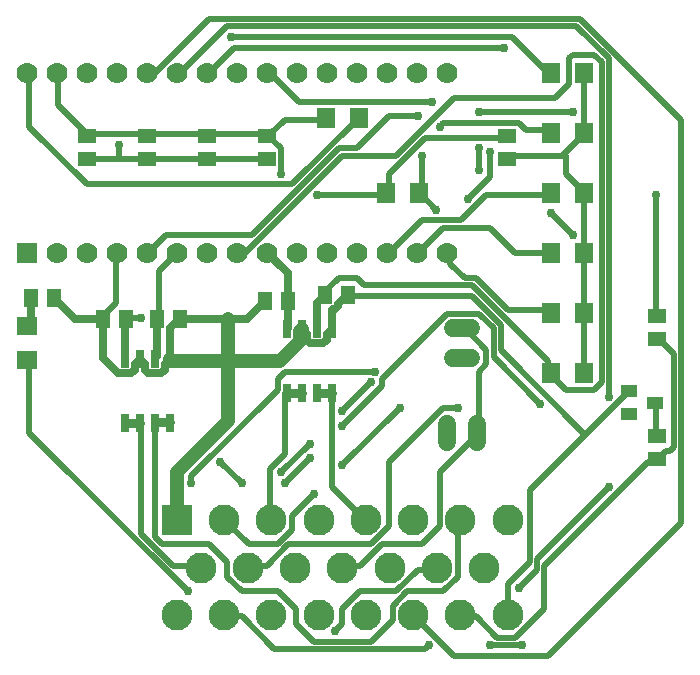
<source format=gbr>
G04 EAGLE Gerber X2 export*
%TF.Part,Single*%
%TF.FileFunction,Copper,L1,Top,Mixed*%
%TF.FilePolarity,Positive*%
%TF.GenerationSoftware,Autodesk,EAGLE,9.1.3*%
%TF.CreationDate,2020-03-05T03:51:44Z*%
G75*
%MOMM*%
%FSLAX34Y34*%
%LPD*%
%AMOC8*
5,1,8,0,0,1.08239X$1,22.5*%
G01*
%ADD10R,1.600000X1.803000*%
%ADD11C,1.524000*%
%ADD12R,1.778000X1.778000*%
%ADD13C,1.778000*%
%ADD14R,1.600000X1.300000*%
%ADD15R,1.500000X1.300000*%
%ADD16R,1.600000X1.800000*%
%ADD17R,2.625000X2.625000*%
%ADD18C,2.625000*%
%ADD19R,1.400000X1.000000*%
%ADD20R,1.803000X1.600000*%
%ADD21R,1.300000X1.500000*%
%ADD22R,0.700000X1.525000*%
%ADD23C,0.508000*%
%ADD24C,0.756400*%
%ADD25C,0.660400*%
%ADD26C,1.168400*%
%ADD27C,0.762000*%


D10*
X481080Y330200D03*
X509520Y330200D03*
X481080Y279400D03*
X509520Y279400D03*
X481080Y228600D03*
X509520Y228600D03*
X481080Y177800D03*
X509520Y177800D03*
D11*
X414020Y139700D02*
X398780Y139700D01*
X398780Y165100D02*
X414020Y165100D01*
X419100Y83820D02*
X419100Y68580D01*
X393700Y68580D02*
X393700Y83820D01*
D10*
X481080Y127000D03*
X509520Y127000D03*
D12*
X38100Y228600D03*
D13*
X63500Y228600D03*
X88900Y228600D03*
X114300Y228600D03*
X139700Y228600D03*
X165100Y228600D03*
X190500Y228600D03*
X215900Y228600D03*
X241300Y228600D03*
X266700Y228600D03*
X292100Y228600D03*
X317500Y228600D03*
X342900Y228600D03*
X368300Y228600D03*
X393700Y228600D03*
X38100Y381000D03*
X63500Y381000D03*
X88900Y381000D03*
X114300Y381000D03*
X139700Y381000D03*
X165100Y381000D03*
X190500Y381000D03*
X215900Y381000D03*
X241300Y381000D03*
X266700Y381000D03*
X292100Y381000D03*
X317500Y381000D03*
X342900Y381000D03*
X368300Y381000D03*
X393700Y381000D03*
D10*
X481080Y381000D03*
X509520Y381000D03*
D14*
X444500Y308000D03*
X444500Y327000D03*
D15*
X88900Y308000D03*
X88900Y327000D03*
X139700Y308000D03*
X139700Y327000D03*
X190500Y308000D03*
X190500Y327000D03*
X241300Y308000D03*
X241300Y327000D03*
D16*
X318800Y342900D03*
X290800Y342900D03*
X369600Y279400D03*
X341600Y279400D03*
D17*
X164800Y1900D03*
D18*
X204800Y1900D03*
X244800Y1900D03*
X284800Y1900D03*
X324800Y1900D03*
X364800Y1900D03*
X404800Y1900D03*
X444800Y1900D03*
X184800Y-38100D03*
X224800Y-38100D03*
X264800Y-38100D03*
X304800Y-38100D03*
X344800Y-38100D03*
X384800Y-38100D03*
X424800Y-38100D03*
X164800Y-78100D03*
X204800Y-78100D03*
X244800Y-78100D03*
X284800Y-78100D03*
X324800Y-78100D03*
X364800Y-78100D03*
X404800Y-78100D03*
X444800Y-78100D03*
D19*
X569800Y101600D03*
X547800Y92100D03*
X547800Y111100D03*
D15*
X571500Y54000D03*
X571500Y73000D03*
X571500Y155600D03*
X571500Y174600D03*
D20*
X38100Y138180D03*
X38100Y166620D03*
D21*
X41300Y190500D03*
X60300Y190500D03*
D22*
X158750Y138880D03*
X146050Y138880D03*
X133350Y138880D03*
X120650Y138880D03*
X120650Y84640D03*
X133350Y84640D03*
X146050Y84640D03*
X158750Y84640D03*
X295910Y164280D03*
X283210Y164280D03*
X270510Y164280D03*
X257810Y164280D03*
X257810Y110040D03*
X270510Y110040D03*
X283210Y110040D03*
X295910Y110040D03*
D21*
X166980Y172720D03*
X147980Y172720D03*
X121260Y172720D03*
X102260Y172720D03*
X309220Y193040D03*
X290220Y193040D03*
X258420Y187960D03*
X239420Y187960D03*
D23*
X137160Y307848D02*
X115824Y307848D01*
X91440Y307848D01*
X88900Y308000D01*
X137160Y307848D02*
X139700Y308000D01*
X192024Y307848D02*
X240792Y307848D01*
X192024Y307848D02*
X190500Y308000D01*
X240792Y307848D02*
X241300Y308000D01*
X188976Y307848D02*
X140208Y307848D01*
X139700Y308000D01*
X188976Y307848D02*
X190500Y308000D01*
X448056Y411480D02*
X478536Y381000D01*
X448056Y411480D02*
X210312Y411480D01*
X478536Y381000D02*
X481080Y381000D01*
X219456Y-79248D02*
X207264Y-79248D01*
X219456Y-79248D02*
X246888Y-106680D01*
X374904Y-106680D01*
X377952Y-103632D01*
X429768Y-103632D02*
X457200Y-103632D01*
X207264Y-79248D02*
X204800Y-78100D01*
X115824Y307848D02*
X115824Y320040D01*
D24*
X210312Y411480D03*
X377952Y-103632D03*
X429768Y-103632D03*
X457200Y-103632D03*
X115824Y320040D03*
D25*
X239420Y187960D02*
X224180Y172720D01*
X208280Y172720D01*
X166980Y172720D01*
X295910Y179730D02*
X295910Y164280D01*
X295910Y179730D02*
X296894Y180714D01*
X298719Y180714D01*
X301546Y183541D01*
X301546Y185366D01*
X309220Y193040D01*
X158750Y162665D02*
X158750Y138880D01*
X158750Y162665D02*
X159306Y163221D01*
X159306Y165046D01*
X166980Y172720D01*
D26*
X164800Y42880D02*
X164800Y1900D01*
X164800Y42880D02*
X208280Y86360D01*
X208280Y137160D01*
X208280Y172720D01*
X160470Y137160D02*
X158750Y138880D01*
X160470Y137160D02*
X208280Y137160D01*
X268676Y162446D02*
X270510Y164280D01*
X268676Y162446D02*
X268676Y153604D01*
X252232Y137160D01*
X208280Y137160D01*
D25*
X140551Y126429D02*
X137724Y129256D01*
X140551Y126429D02*
X151549Y126429D01*
X154376Y129256D01*
X137724Y134506D02*
X133350Y138880D01*
X137724Y134506D02*
X137724Y129256D01*
X154376Y129256D02*
X154376Y134506D01*
X158750Y138880D01*
X288709Y151829D02*
X291536Y154656D01*
X288709Y151829D02*
X277711Y151829D01*
X274884Y154656D01*
X291536Y159906D02*
X295910Y164280D01*
X291536Y159906D02*
X291536Y154656D01*
X274884Y154656D02*
X274884Y159906D01*
X270510Y164280D01*
X126149Y126429D02*
X115151Y126429D01*
X126149Y126429D02*
X128976Y129256D01*
X128976Y134506D01*
X133350Y138880D01*
X115151Y126429D02*
X102260Y139320D01*
X102260Y172720D01*
X78080Y172720D01*
X60300Y190500D01*
D23*
X463296Y27432D02*
X510540Y74676D01*
X545592Y109728D01*
X463296Y27432D02*
X463296Y-33528D01*
X445008Y-51816D01*
X445008Y-76200D01*
X545592Y109728D02*
X547800Y111100D01*
X445008Y-76200D02*
X444800Y-78100D01*
X137160Y329184D02*
X91440Y329184D01*
X88900Y327000D01*
X137160Y329184D02*
X139700Y327000D01*
X192024Y329184D02*
X240792Y329184D01*
X192024Y329184D02*
X190500Y327000D01*
X240792Y329184D02*
X241300Y327000D01*
X256032Y341376D02*
X289560Y341376D01*
X256032Y341376D02*
X243840Y329184D01*
X289560Y341376D02*
X290800Y342900D01*
X243840Y329184D02*
X241300Y327000D01*
X188976Y329184D02*
X140208Y329184D01*
X139700Y327000D01*
X188976Y329184D02*
X190500Y327000D01*
X64008Y353568D02*
X64008Y381000D01*
X64008Y353568D02*
X88392Y329184D01*
X64008Y381000D02*
X63500Y381000D01*
X88392Y329184D02*
X88900Y327000D01*
X374904Y326136D02*
X441960Y326136D01*
X374904Y326136D02*
X344424Y295656D01*
X344424Y280416D01*
X441960Y326136D02*
X444500Y327000D01*
X344424Y280416D02*
X341600Y279400D01*
X112776Y228600D02*
X112776Y185928D01*
X100584Y173736D01*
X112776Y228600D02*
X114300Y228600D01*
X100584Y173736D02*
X102260Y172720D01*
X283464Y277368D02*
X341376Y277368D01*
X341600Y279400D01*
X252984Y316992D02*
X243840Y326136D01*
X252984Y316992D02*
X252984Y295656D01*
X243840Y326136D02*
X241300Y327000D01*
X438912Y146304D02*
X510540Y74676D01*
X438912Y146304D02*
X438912Y167640D01*
X414528Y192024D01*
X310896Y192024D01*
X309220Y193040D01*
D24*
X283464Y277368D03*
X252984Y295656D03*
D23*
X420624Y128016D02*
X420624Y76200D01*
X420624Y128016D02*
X426720Y134112D01*
X426720Y146304D01*
X408432Y164592D01*
X406400Y165100D01*
X320040Y-36576D02*
X304800Y-36576D01*
X320040Y-36576D02*
X338328Y-18288D01*
X371856Y-18288D01*
X387096Y-3048D01*
X387096Y42672D01*
X420624Y76200D01*
X304800Y-36576D02*
X304800Y-38100D01*
X419100Y76200D02*
X420624Y76200D01*
D25*
X147980Y140810D02*
X147980Y172720D01*
X147980Y140810D02*
X146050Y138880D01*
D23*
X149352Y173736D02*
X149352Y213360D01*
X164592Y228600D01*
X149352Y173736D02*
X147980Y172720D01*
X164592Y228600D02*
X165100Y228600D01*
D25*
X120650Y172110D02*
X120650Y138880D01*
X120650Y172110D02*
X121260Y172720D01*
D23*
X121920Y173736D02*
X134112Y173736D01*
X121920Y173736D02*
X121260Y172720D01*
D24*
X134112Y173736D03*
D25*
X283210Y186030D02*
X290220Y193040D01*
X283210Y186030D02*
X283210Y164280D01*
D23*
X478536Y137160D02*
X478536Y128016D01*
X478536Y137160D02*
X414528Y201168D01*
X323088Y201168D01*
X316992Y207264D01*
X301752Y207264D01*
X289560Y195072D01*
X478536Y128016D02*
X481080Y127000D01*
X290220Y193040D02*
X289560Y195072D01*
X222504Y228600D02*
X215900Y228600D01*
X222504Y228600D02*
X304800Y310896D01*
X350520Y310896D01*
X399288Y359664D01*
X484632Y359664D01*
X496824Y371856D01*
X496824Y393192D01*
X499872Y396240D01*
X518160Y396240D01*
X524256Y390144D01*
X524256Y118872D01*
X518160Y112776D01*
X493776Y112776D01*
X481584Y124968D01*
X481080Y127000D01*
D25*
X258420Y164890D02*
X258420Y187960D01*
X258420Y164890D02*
X257810Y164280D01*
X258420Y187960D02*
X258420Y211480D01*
X241300Y228600D01*
D23*
X481584Y262128D02*
X499872Y243840D01*
X432816Y140208D02*
X472440Y100584D01*
X432816Y140208D02*
X432816Y164592D01*
X420624Y176784D01*
X393192Y176784D01*
X338328Y121920D01*
X338328Y115824D01*
X304800Y82296D01*
X277368Y54864D02*
X256032Y33528D01*
X219456Y33528D02*
X201168Y51816D01*
X304800Y-85344D02*
X298704Y-91440D01*
X304800Y-85344D02*
X304800Y-73152D01*
X320040Y-57912D01*
X350520Y-57912D01*
X368808Y-39624D01*
X384048Y-39624D01*
X384800Y-38100D01*
D24*
X481584Y262128D03*
X499872Y243840D03*
X472440Y100584D03*
X304800Y82296D03*
X277368Y54864D03*
X256032Y33528D03*
X219456Y33528D03*
X201168Y51816D03*
X298704Y-91440D03*
D23*
X304800Y48768D02*
X353568Y97536D01*
X280416Y24384D02*
X262128Y6096D01*
X262128Y-6096D01*
X249936Y-18288D01*
X225552Y-18288D01*
X207264Y0D01*
X204800Y1900D01*
D24*
X353568Y97536D03*
X304800Y48768D03*
X280416Y24384D03*
D23*
X460248Y332232D02*
X478536Y332232D01*
X460248Y332232D02*
X454152Y338328D01*
X390144Y338328D01*
X387096Y335280D01*
X368808Y344424D02*
X344424Y344424D01*
X316992Y316992D01*
X301752Y316992D01*
X228600Y243840D01*
X155448Y243840D01*
X140208Y228600D01*
X478536Y332232D02*
X481080Y330200D01*
X140208Y228600D02*
X139700Y228600D01*
D24*
X387096Y335280D03*
X368808Y344424D03*
D23*
X426720Y277368D02*
X478536Y277368D01*
X426720Y277368D02*
X405384Y256032D01*
X371856Y256032D01*
X344424Y228600D01*
X478536Y277368D02*
X481080Y279400D01*
X344424Y228600D02*
X342900Y228600D01*
X451104Y228600D02*
X481080Y228600D01*
X451104Y228600D02*
X429768Y249936D01*
X390144Y249936D01*
X368808Y228600D01*
X368300Y228600D01*
X445008Y179832D02*
X478536Y179832D01*
X445008Y179832D02*
X417576Y207264D01*
X408432Y207264D01*
X396240Y219456D01*
X396240Y228600D01*
X478536Y179832D02*
X481080Y177800D01*
X396240Y228600D02*
X393700Y228600D01*
X445008Y310896D02*
X490728Y310896D01*
X492252Y312420D02*
X509016Y329184D01*
X492252Y312420D02*
X490728Y310896D01*
X445008Y310896D02*
X444500Y308000D01*
X509016Y329184D02*
X509520Y330200D01*
X509016Y332232D02*
X509016Y381000D01*
X509520Y381000D01*
X509016Y332232D02*
X509520Y330200D01*
X509016Y176784D02*
X509016Y128016D01*
X509520Y127000D01*
X509016Y176784D02*
X509520Y177800D01*
X509016Y228600D02*
X509016Y277368D01*
X509520Y279400D01*
X509016Y228600D02*
X509016Y179832D01*
X509520Y177800D01*
X509520Y228600D02*
X509016Y228600D01*
X493776Y295656D02*
X493776Y310896D01*
X493776Y295656D02*
X509016Y280416D01*
X493776Y310896D02*
X492252Y312420D01*
X509016Y280416D02*
X509520Y279400D01*
X256032Y109728D02*
X256032Y57912D01*
X243840Y45720D01*
X243840Y3048D01*
X256032Y109728D02*
X257810Y110040D01*
X243840Y3048D02*
X244800Y1900D01*
D27*
X257810Y110040D02*
X270510Y110040D01*
D23*
X283464Y109728D02*
X295656Y109728D01*
X283464Y109728D02*
X283210Y110040D01*
X295656Y109728D02*
X295656Y30480D01*
X323088Y3048D01*
X295656Y109728D02*
X295910Y110040D01*
X323088Y3048D02*
X324800Y1900D01*
D27*
X295910Y110040D02*
X283210Y110040D01*
D23*
X134112Y82296D02*
X134112Y-9144D01*
X161544Y-36576D01*
X182880Y-36576D01*
X134112Y82296D02*
X133350Y84640D01*
X182880Y-36576D02*
X184800Y-38100D01*
D27*
X133350Y84640D02*
X120650Y84640D01*
D23*
X158496Y85344D02*
X158750Y84640D01*
X146304Y82296D02*
X146304Y-12192D01*
X152400Y-18288D01*
X192024Y-18288D01*
X207264Y-33528D01*
X207264Y-45720D01*
X219456Y-57912D01*
X249936Y-57912D01*
X265176Y-73152D01*
X265176Y-85344D01*
X280416Y-100584D01*
X329184Y-100584D01*
X347472Y-82296D01*
X347472Y-70104D01*
X359664Y-57912D01*
X390144Y-57912D01*
X402336Y-45720D01*
X402336Y0D01*
X146304Y82296D02*
X146050Y84640D01*
X402336Y0D02*
X404800Y1900D01*
D27*
X146754Y85344D02*
X146050Y84640D01*
X146754Y85344D02*
X158496Y85344D01*
D23*
X262128Y286512D02*
X316992Y341376D01*
X262128Y286512D02*
X88392Y286512D01*
X39624Y335280D01*
X39624Y381000D01*
X316992Y341376D02*
X318800Y342900D01*
X39624Y381000D02*
X38100Y381000D01*
X371856Y310896D02*
X371856Y280416D01*
X369600Y279400D01*
X176784Y39624D02*
X176784Y33528D01*
X176784Y39624D02*
X249936Y112776D01*
X249936Y121920D01*
X256032Y128016D01*
X332232Y128016D01*
X384048Y265176D02*
X371856Y277368D01*
X369600Y279400D01*
D24*
X371856Y310896D03*
X176784Y33528D03*
X332232Y128016D03*
X384048Y265176D03*
D23*
X213360Y402336D02*
X192024Y381000D01*
X213360Y402336D02*
X441960Y402336D01*
X429768Y313944D02*
X429768Y292608D01*
X411480Y274320D01*
X329184Y118872D02*
X304800Y94488D01*
X277368Y67056D02*
X252984Y42672D01*
X192024Y381000D02*
X190500Y381000D01*
D24*
X441960Y402336D03*
X429768Y313944D03*
X411480Y274320D03*
X329184Y118872D03*
X304800Y94488D03*
X277368Y67056D03*
X252984Y42672D03*
D23*
X167640Y381000D02*
X207264Y420624D01*
X502920Y420624D01*
X530352Y393192D01*
X530352Y106680D01*
X530352Y30480D02*
X469392Y-30480D01*
X469392Y-39624D01*
X454152Y-54864D01*
X167640Y381000D02*
X165100Y381000D01*
D24*
X530352Y106680D03*
X530352Y30480D03*
X454152Y-54864D03*
D23*
X146304Y381000D02*
X139700Y381000D01*
X146304Y381000D02*
X192024Y426720D01*
X505968Y426720D01*
X591312Y341376D01*
X591312Y0D01*
X478536Y-112776D01*
X399288Y-112776D01*
X365760Y-79248D01*
X364800Y-78100D01*
X573024Y54864D02*
X579120Y60960D01*
X582168Y60960D01*
X585216Y64008D01*
X585216Y143256D01*
X573024Y155448D01*
X573024Y54864D02*
X571500Y54000D01*
X573024Y155448D02*
X571500Y155600D01*
X569976Y51816D02*
X563880Y51816D01*
X475488Y-36576D01*
X475488Y-73152D01*
X451104Y-97536D01*
X435864Y-97536D01*
X417576Y-79248D01*
X405384Y-79248D01*
X569976Y51816D02*
X571500Y54000D01*
X404800Y-78100D02*
X405384Y-79248D01*
X569976Y73152D02*
X569976Y100584D01*
X569800Y101600D01*
X569976Y73152D02*
X571500Y73000D01*
X569976Y176784D02*
X569976Y277368D01*
X499872Y347472D02*
X420624Y347472D01*
X569976Y176784D02*
X571500Y174600D01*
D24*
X569976Y277368D03*
X499872Y347472D03*
X420624Y347472D03*
D23*
X268224Y356616D02*
X243840Y381000D01*
X268224Y356616D02*
X381000Y356616D01*
X420624Y316992D02*
X420624Y298704D01*
X402336Y97536D02*
X390144Y97536D01*
X344424Y51816D01*
X344424Y-3048D01*
X329184Y-18288D01*
X259080Y-18288D01*
X240792Y-36576D01*
X225552Y-36576D01*
X241300Y381000D02*
X243840Y381000D01*
X225552Y-36576D02*
X224800Y-38100D01*
D24*
X381000Y356616D03*
X420624Y316992D03*
X420624Y298704D03*
X402336Y97536D03*
D23*
X39624Y76200D02*
X39624Y137160D01*
X39624Y76200D02*
X173736Y-57912D01*
X39624Y137160D02*
X38100Y138180D01*
D24*
X173736Y-57912D03*
D25*
X41300Y169820D02*
X41300Y190500D01*
X41300Y169820D02*
X38100Y166620D01*
M02*

</source>
